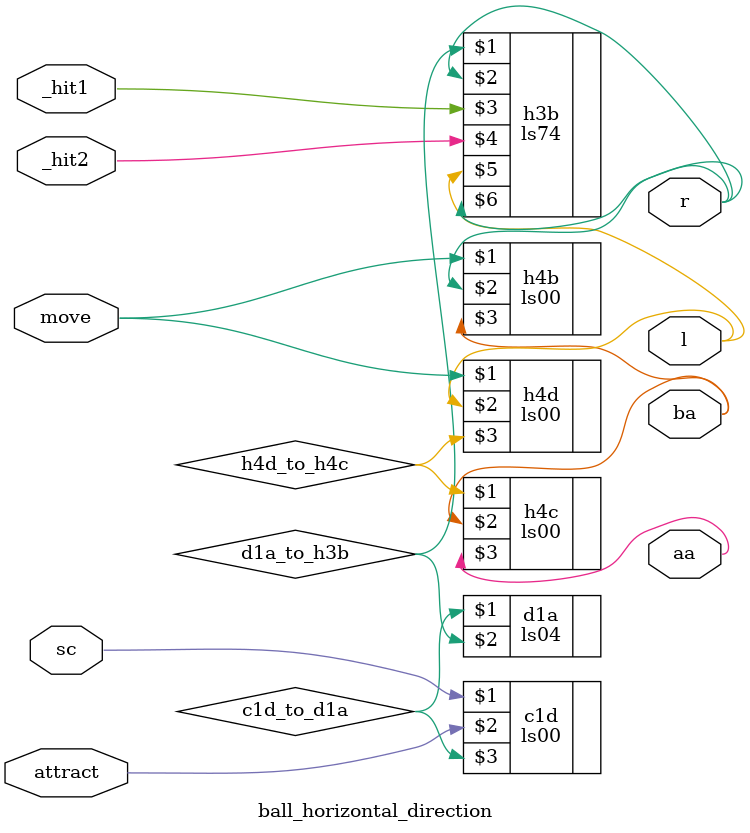
<source format=v>
/*
  MIT License

  Copyright (c) 2019 Richard Eng

  Permission is hereby granted, free of charge, to any person obtaining a copy
  of this software and associated documentation files (the "Software"), to deal
  in the Software without restriction, including without limitation the rights
  to use, copy, modify, merge, publish, distribute, sublicense, and/or sell
  copies of the Software, and to permit persons to whom the Software is
  furnished to do so, subject to the following conditions:

  The above copyright notice and this permission notice shall be included in all
  copies or substantial portions of the Software.

  THE SOFTWARE IS PROVIDED "AS IS", WITHOUT WARRANTY OF ANY KIND, EXPRESS OR
  IMPLIED, INCLUDING BUT NOT LIMITED TO THE WARRANTIES OF MERCHANTABILITY,
  FITNESS FOR A PARTICULAR PURPOSE AND NONINFRINGEMENT. IN NO EVENT SHALL THE
  AUTHORS OR COPYRIGHT HOLDERS BE LIABLE FOR ANY CLAIM, DAMAGES OR OTHER
  LIABILITY, WHETHER IN AN ACTION OF CONTRACT, TORT OR OTHERWISE, ARISING FROM,
  OUT OF OR IN CONNECTION WITH THE SOFTWARE OR THE USE OR OTHER DEALINGS IN THE
  SOFTWARE.
*/

/*
  Pong - Ball Horizontal Direction Circuit
  ----------------------------------------
*/
`default_nettype none

module ball_horizontal_direction
(
    input wire move, _hit2, sc, attract, _hit1,
    output wire l, r, aa, ba
);

wire c1d_to_d1a;
ls00 c1d(sc, attract, c1d_to_d1a);

wire d1a_to_h3b;
ls04 d1a(c1d_to_d1a, d1a_to_h3b);

ls74 h3b(d1a_to_h3b, r, _hit1, _hit2, l, r);

wire h4d_to_h4c;
ls00 h4d(move, l, h4d_to_h4c);
ls00 h4b(move, r, ba);
ls00 h4c(h4d_to_h4c, ba, aa);

endmodule
`default_nettype wire

</source>
